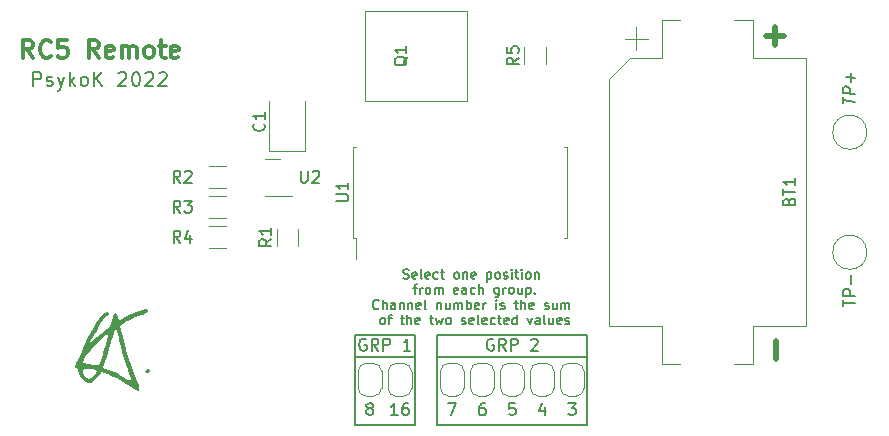
<source format=gbr>
%TF.GenerationSoftware,KiCad,Pcbnew,(6.0.6-0)*%
%TF.CreationDate,2022-12-31T16:02:41+01:00*%
%TF.ProjectId,rc5_remote,7263355f-7265-46d6-9f74-652e6b696361,rev?*%
%TF.SameCoordinates,Original*%
%TF.FileFunction,Legend,Top*%
%TF.FilePolarity,Positive*%
%FSLAX46Y46*%
G04 Gerber Fmt 4.6, Leading zero omitted, Abs format (unit mm)*
G04 Created by KiCad (PCBNEW (6.0.6-0)) date 2022-12-31 16:02:41*
%MOMM*%
%LPD*%
G01*
G04 APERTURE LIST*
%ADD10C,0.150000*%
%ADD11C,0.500000*%
%ADD12C,0.200000*%
%ADD13C,0.300000*%
%ADD14C,0.120000*%
G04 APERTURE END LIST*
D10*
X137795000Y-92710000D02*
X150495000Y-92710000D01*
X137795000Y-90805000D02*
X150495000Y-90805000D01*
X150495000Y-90805000D02*
X150495000Y-98425000D01*
X150495000Y-98425000D02*
X137795000Y-98425000D01*
X137795000Y-98425000D02*
X137795000Y-90805000D01*
X130810000Y-92710000D02*
X135890000Y-92710000D01*
X130810000Y-90805000D02*
X135890000Y-90805000D01*
X135890000Y-90805000D02*
X135890000Y-98425000D01*
X135890000Y-98425000D02*
X130810000Y-98425000D01*
X130810000Y-98425000D02*
X130810000Y-90805000D01*
X150495000Y-92710000D02*
X137795000Y-92710000D01*
D11*
X166512857Y-91313095D02*
X166512857Y-92836904D01*
X167131904Y-65547857D02*
X165608095Y-65547857D01*
X166370000Y-66309761D02*
X166370000Y-64785952D01*
D10*
X142549761Y-91194000D02*
X142454523Y-91146380D01*
X142311666Y-91146380D01*
X142168809Y-91194000D01*
X142073571Y-91289238D01*
X142025952Y-91384476D01*
X141978333Y-91574952D01*
X141978333Y-91717809D01*
X142025952Y-91908285D01*
X142073571Y-92003523D01*
X142168809Y-92098761D01*
X142311666Y-92146380D01*
X142406904Y-92146380D01*
X142549761Y-92098761D01*
X142597380Y-92051142D01*
X142597380Y-91717809D01*
X142406904Y-91717809D01*
X143597380Y-92146380D02*
X143264047Y-91670190D01*
X143025952Y-92146380D02*
X143025952Y-91146380D01*
X143406904Y-91146380D01*
X143502142Y-91194000D01*
X143549761Y-91241619D01*
X143597380Y-91336857D01*
X143597380Y-91479714D01*
X143549761Y-91574952D01*
X143502142Y-91622571D01*
X143406904Y-91670190D01*
X143025952Y-91670190D01*
X144025952Y-92146380D02*
X144025952Y-91146380D01*
X144406904Y-91146380D01*
X144502142Y-91194000D01*
X144549761Y-91241619D01*
X144597380Y-91336857D01*
X144597380Y-91479714D01*
X144549761Y-91574952D01*
X144502142Y-91622571D01*
X144406904Y-91670190D01*
X144025952Y-91670190D01*
X145740238Y-91241619D02*
X145787857Y-91194000D01*
X145883095Y-91146380D01*
X146121190Y-91146380D01*
X146216428Y-91194000D01*
X146264047Y-91241619D01*
X146311666Y-91336857D01*
X146311666Y-91432095D01*
X146264047Y-91574952D01*
X145692619Y-92146380D01*
X146311666Y-92146380D01*
D12*
X103591428Y-69757857D02*
X103591428Y-68557857D01*
X104048571Y-68557857D01*
X104162857Y-68615000D01*
X104220000Y-68672142D01*
X104277142Y-68786428D01*
X104277142Y-68957857D01*
X104220000Y-69072142D01*
X104162857Y-69129285D01*
X104048571Y-69186428D01*
X103591428Y-69186428D01*
X104734285Y-69700714D02*
X104848571Y-69757857D01*
X105077142Y-69757857D01*
X105191428Y-69700714D01*
X105248571Y-69586428D01*
X105248571Y-69529285D01*
X105191428Y-69415000D01*
X105077142Y-69357857D01*
X104905714Y-69357857D01*
X104791428Y-69300714D01*
X104734285Y-69186428D01*
X104734285Y-69129285D01*
X104791428Y-69015000D01*
X104905714Y-68957857D01*
X105077142Y-68957857D01*
X105191428Y-69015000D01*
X105648571Y-68957857D02*
X105934285Y-69757857D01*
X106220000Y-68957857D02*
X105934285Y-69757857D01*
X105820000Y-70043571D01*
X105762857Y-70100714D01*
X105648571Y-70157857D01*
X106677142Y-69757857D02*
X106677142Y-68557857D01*
X106791428Y-69300714D02*
X107134285Y-69757857D01*
X107134285Y-68957857D02*
X106677142Y-69415000D01*
X107820000Y-69757857D02*
X107705714Y-69700714D01*
X107648571Y-69643571D01*
X107591428Y-69529285D01*
X107591428Y-69186428D01*
X107648571Y-69072142D01*
X107705714Y-69015000D01*
X107820000Y-68957857D01*
X107991428Y-68957857D01*
X108105714Y-69015000D01*
X108162857Y-69072142D01*
X108220000Y-69186428D01*
X108220000Y-69529285D01*
X108162857Y-69643571D01*
X108105714Y-69700714D01*
X107991428Y-69757857D01*
X107820000Y-69757857D01*
X108734285Y-69757857D02*
X108734285Y-68557857D01*
X109420000Y-69757857D02*
X108905714Y-69072142D01*
X109420000Y-68557857D02*
X108734285Y-69243571D01*
X110791428Y-68672142D02*
X110848571Y-68615000D01*
X110962857Y-68557857D01*
X111248571Y-68557857D01*
X111362857Y-68615000D01*
X111420000Y-68672142D01*
X111477142Y-68786428D01*
X111477142Y-68900714D01*
X111420000Y-69072142D01*
X110734285Y-69757857D01*
X111477142Y-69757857D01*
X112220000Y-68557857D02*
X112334285Y-68557857D01*
X112448571Y-68615000D01*
X112505714Y-68672142D01*
X112562857Y-68786428D01*
X112620000Y-69015000D01*
X112620000Y-69300714D01*
X112562857Y-69529285D01*
X112505714Y-69643571D01*
X112448571Y-69700714D01*
X112334285Y-69757857D01*
X112220000Y-69757857D01*
X112105714Y-69700714D01*
X112048571Y-69643571D01*
X111991428Y-69529285D01*
X111934285Y-69300714D01*
X111934285Y-69015000D01*
X111991428Y-68786428D01*
X112048571Y-68672142D01*
X112105714Y-68615000D01*
X112220000Y-68557857D01*
X113077142Y-68672142D02*
X113134285Y-68615000D01*
X113248571Y-68557857D01*
X113534285Y-68557857D01*
X113648571Y-68615000D01*
X113705714Y-68672142D01*
X113762857Y-68786428D01*
X113762857Y-68900714D01*
X113705714Y-69072142D01*
X113020000Y-69757857D01*
X113762857Y-69757857D01*
X114220000Y-68672142D02*
X114277142Y-68615000D01*
X114391428Y-68557857D01*
X114677142Y-68557857D01*
X114791428Y-68615000D01*
X114848571Y-68672142D01*
X114905714Y-68786428D01*
X114905714Y-68900714D01*
X114848571Y-69072142D01*
X114162857Y-69757857D01*
X114905714Y-69757857D01*
D13*
X103569285Y-67353571D02*
X103069285Y-66639285D01*
X102712142Y-67353571D02*
X102712142Y-65853571D01*
X103283571Y-65853571D01*
X103426428Y-65925000D01*
X103497857Y-65996428D01*
X103569285Y-66139285D01*
X103569285Y-66353571D01*
X103497857Y-66496428D01*
X103426428Y-66567857D01*
X103283571Y-66639285D01*
X102712142Y-66639285D01*
X105069285Y-67210714D02*
X104997857Y-67282142D01*
X104783571Y-67353571D01*
X104640714Y-67353571D01*
X104426428Y-67282142D01*
X104283571Y-67139285D01*
X104212142Y-66996428D01*
X104140714Y-66710714D01*
X104140714Y-66496428D01*
X104212142Y-66210714D01*
X104283571Y-66067857D01*
X104426428Y-65925000D01*
X104640714Y-65853571D01*
X104783571Y-65853571D01*
X104997857Y-65925000D01*
X105069285Y-65996428D01*
X106426428Y-65853571D02*
X105712142Y-65853571D01*
X105640714Y-66567857D01*
X105712142Y-66496428D01*
X105855000Y-66425000D01*
X106212142Y-66425000D01*
X106355000Y-66496428D01*
X106426428Y-66567857D01*
X106497857Y-66710714D01*
X106497857Y-67067857D01*
X106426428Y-67210714D01*
X106355000Y-67282142D01*
X106212142Y-67353571D01*
X105855000Y-67353571D01*
X105712142Y-67282142D01*
X105640714Y-67210714D01*
X109140714Y-67353571D02*
X108640714Y-66639285D01*
X108283571Y-67353571D02*
X108283571Y-65853571D01*
X108855000Y-65853571D01*
X108997857Y-65925000D01*
X109069285Y-65996428D01*
X109140714Y-66139285D01*
X109140714Y-66353571D01*
X109069285Y-66496428D01*
X108997857Y-66567857D01*
X108855000Y-66639285D01*
X108283571Y-66639285D01*
X110355000Y-67282142D02*
X110212142Y-67353571D01*
X109926428Y-67353571D01*
X109783571Y-67282142D01*
X109712142Y-67139285D01*
X109712142Y-66567857D01*
X109783571Y-66425000D01*
X109926428Y-66353571D01*
X110212142Y-66353571D01*
X110355000Y-66425000D01*
X110426428Y-66567857D01*
X110426428Y-66710714D01*
X109712142Y-66853571D01*
X111069285Y-67353571D02*
X111069285Y-66353571D01*
X111069285Y-66496428D02*
X111140714Y-66425000D01*
X111283571Y-66353571D01*
X111497857Y-66353571D01*
X111640714Y-66425000D01*
X111712142Y-66567857D01*
X111712142Y-67353571D01*
X111712142Y-66567857D02*
X111783571Y-66425000D01*
X111926428Y-66353571D01*
X112140714Y-66353571D01*
X112283571Y-66425000D01*
X112355000Y-66567857D01*
X112355000Y-67353571D01*
X113283571Y-67353571D02*
X113140714Y-67282142D01*
X113069285Y-67210714D01*
X112997857Y-67067857D01*
X112997857Y-66639285D01*
X113069285Y-66496428D01*
X113140714Y-66425000D01*
X113283571Y-66353571D01*
X113497857Y-66353571D01*
X113640714Y-66425000D01*
X113712142Y-66496428D01*
X113783571Y-66639285D01*
X113783571Y-67067857D01*
X113712142Y-67210714D01*
X113640714Y-67282142D01*
X113497857Y-67353571D01*
X113283571Y-67353571D01*
X114212142Y-66353571D02*
X114783571Y-66353571D01*
X114426428Y-65853571D02*
X114426428Y-67139285D01*
X114497857Y-67282142D01*
X114640714Y-67353571D01*
X114783571Y-67353571D01*
X115855000Y-67282142D02*
X115712142Y-67353571D01*
X115426428Y-67353571D01*
X115283571Y-67282142D01*
X115212142Y-67139285D01*
X115212142Y-66567857D01*
X115283571Y-66425000D01*
X115426428Y-66353571D01*
X115712142Y-66353571D01*
X115855000Y-66425000D01*
X115926428Y-66567857D01*
X115926428Y-66710714D01*
X115212142Y-66853571D01*
D10*
X134912857Y-86021809D02*
X135027142Y-86059904D01*
X135217619Y-86059904D01*
X135293809Y-86021809D01*
X135331904Y-85983714D01*
X135370000Y-85907523D01*
X135370000Y-85831333D01*
X135331904Y-85755142D01*
X135293809Y-85717047D01*
X135217619Y-85678952D01*
X135065238Y-85640857D01*
X134989047Y-85602761D01*
X134950952Y-85564666D01*
X134912857Y-85488476D01*
X134912857Y-85412285D01*
X134950952Y-85336095D01*
X134989047Y-85298000D01*
X135065238Y-85259904D01*
X135255714Y-85259904D01*
X135370000Y-85298000D01*
X136017619Y-86021809D02*
X135941428Y-86059904D01*
X135789047Y-86059904D01*
X135712857Y-86021809D01*
X135674761Y-85945619D01*
X135674761Y-85640857D01*
X135712857Y-85564666D01*
X135789047Y-85526571D01*
X135941428Y-85526571D01*
X136017619Y-85564666D01*
X136055714Y-85640857D01*
X136055714Y-85717047D01*
X135674761Y-85793238D01*
X136512857Y-86059904D02*
X136436666Y-86021809D01*
X136398571Y-85945619D01*
X136398571Y-85259904D01*
X137122380Y-86021809D02*
X137046190Y-86059904D01*
X136893809Y-86059904D01*
X136817619Y-86021809D01*
X136779523Y-85945619D01*
X136779523Y-85640857D01*
X136817619Y-85564666D01*
X136893809Y-85526571D01*
X137046190Y-85526571D01*
X137122380Y-85564666D01*
X137160476Y-85640857D01*
X137160476Y-85717047D01*
X136779523Y-85793238D01*
X137846190Y-86021809D02*
X137770000Y-86059904D01*
X137617619Y-86059904D01*
X137541428Y-86021809D01*
X137503333Y-85983714D01*
X137465238Y-85907523D01*
X137465238Y-85678952D01*
X137503333Y-85602761D01*
X137541428Y-85564666D01*
X137617619Y-85526571D01*
X137770000Y-85526571D01*
X137846190Y-85564666D01*
X138074761Y-85526571D02*
X138379523Y-85526571D01*
X138189047Y-85259904D02*
X138189047Y-85945619D01*
X138227142Y-86021809D01*
X138303333Y-86059904D01*
X138379523Y-86059904D01*
X139370000Y-86059904D02*
X139293809Y-86021809D01*
X139255714Y-85983714D01*
X139217619Y-85907523D01*
X139217619Y-85678952D01*
X139255714Y-85602761D01*
X139293809Y-85564666D01*
X139370000Y-85526571D01*
X139484285Y-85526571D01*
X139560476Y-85564666D01*
X139598571Y-85602761D01*
X139636666Y-85678952D01*
X139636666Y-85907523D01*
X139598571Y-85983714D01*
X139560476Y-86021809D01*
X139484285Y-86059904D01*
X139370000Y-86059904D01*
X139979523Y-85526571D02*
X139979523Y-86059904D01*
X139979523Y-85602761D02*
X140017619Y-85564666D01*
X140093809Y-85526571D01*
X140208095Y-85526571D01*
X140284285Y-85564666D01*
X140322380Y-85640857D01*
X140322380Y-86059904D01*
X141008095Y-86021809D02*
X140931904Y-86059904D01*
X140779523Y-86059904D01*
X140703333Y-86021809D01*
X140665238Y-85945619D01*
X140665238Y-85640857D01*
X140703333Y-85564666D01*
X140779523Y-85526571D01*
X140931904Y-85526571D01*
X141008095Y-85564666D01*
X141046190Y-85640857D01*
X141046190Y-85717047D01*
X140665238Y-85793238D01*
X141998571Y-85526571D02*
X141998571Y-86326571D01*
X141998571Y-85564666D02*
X142074761Y-85526571D01*
X142227142Y-85526571D01*
X142303333Y-85564666D01*
X142341428Y-85602761D01*
X142379523Y-85678952D01*
X142379523Y-85907523D01*
X142341428Y-85983714D01*
X142303333Y-86021809D01*
X142227142Y-86059904D01*
X142074761Y-86059904D01*
X141998571Y-86021809D01*
X142836666Y-86059904D02*
X142760476Y-86021809D01*
X142722380Y-85983714D01*
X142684285Y-85907523D01*
X142684285Y-85678952D01*
X142722380Y-85602761D01*
X142760476Y-85564666D01*
X142836666Y-85526571D01*
X142950952Y-85526571D01*
X143027142Y-85564666D01*
X143065238Y-85602761D01*
X143103333Y-85678952D01*
X143103333Y-85907523D01*
X143065238Y-85983714D01*
X143027142Y-86021809D01*
X142950952Y-86059904D01*
X142836666Y-86059904D01*
X143408095Y-86021809D02*
X143484285Y-86059904D01*
X143636666Y-86059904D01*
X143712857Y-86021809D01*
X143750952Y-85945619D01*
X143750952Y-85907523D01*
X143712857Y-85831333D01*
X143636666Y-85793238D01*
X143522380Y-85793238D01*
X143446190Y-85755142D01*
X143408095Y-85678952D01*
X143408095Y-85640857D01*
X143446190Y-85564666D01*
X143522380Y-85526571D01*
X143636666Y-85526571D01*
X143712857Y-85564666D01*
X144093809Y-86059904D02*
X144093809Y-85526571D01*
X144093809Y-85259904D02*
X144055714Y-85298000D01*
X144093809Y-85336095D01*
X144131904Y-85298000D01*
X144093809Y-85259904D01*
X144093809Y-85336095D01*
X144360476Y-85526571D02*
X144665238Y-85526571D01*
X144474761Y-85259904D02*
X144474761Y-85945619D01*
X144512857Y-86021809D01*
X144589047Y-86059904D01*
X144665238Y-86059904D01*
X144931904Y-86059904D02*
X144931904Y-85526571D01*
X144931904Y-85259904D02*
X144893809Y-85298000D01*
X144931904Y-85336095D01*
X144970000Y-85298000D01*
X144931904Y-85259904D01*
X144931904Y-85336095D01*
X145427142Y-86059904D02*
X145350952Y-86021809D01*
X145312857Y-85983714D01*
X145274761Y-85907523D01*
X145274761Y-85678952D01*
X145312857Y-85602761D01*
X145350952Y-85564666D01*
X145427142Y-85526571D01*
X145541428Y-85526571D01*
X145617619Y-85564666D01*
X145655714Y-85602761D01*
X145693809Y-85678952D01*
X145693809Y-85907523D01*
X145655714Y-85983714D01*
X145617619Y-86021809D01*
X145541428Y-86059904D01*
X145427142Y-86059904D01*
X146036666Y-85526571D02*
X146036666Y-86059904D01*
X146036666Y-85602761D02*
X146074761Y-85564666D01*
X146150952Y-85526571D01*
X146265238Y-85526571D01*
X146341428Y-85564666D01*
X146379523Y-85640857D01*
X146379523Y-86059904D01*
X135770000Y-86814571D02*
X136074761Y-86814571D01*
X135884285Y-87347904D02*
X135884285Y-86662190D01*
X135922380Y-86586000D01*
X135998571Y-86547904D01*
X136074761Y-86547904D01*
X136341428Y-87347904D02*
X136341428Y-86814571D01*
X136341428Y-86966952D02*
X136379523Y-86890761D01*
X136417619Y-86852666D01*
X136493809Y-86814571D01*
X136570000Y-86814571D01*
X136950952Y-87347904D02*
X136874761Y-87309809D01*
X136836666Y-87271714D01*
X136798571Y-87195523D01*
X136798571Y-86966952D01*
X136836666Y-86890761D01*
X136874761Y-86852666D01*
X136950952Y-86814571D01*
X137065238Y-86814571D01*
X137141428Y-86852666D01*
X137179523Y-86890761D01*
X137217619Y-86966952D01*
X137217619Y-87195523D01*
X137179523Y-87271714D01*
X137141428Y-87309809D01*
X137065238Y-87347904D01*
X136950952Y-87347904D01*
X137560476Y-87347904D02*
X137560476Y-86814571D01*
X137560476Y-86890761D02*
X137598571Y-86852666D01*
X137674761Y-86814571D01*
X137789047Y-86814571D01*
X137865238Y-86852666D01*
X137903333Y-86928857D01*
X137903333Y-87347904D01*
X137903333Y-86928857D02*
X137941428Y-86852666D01*
X138017619Y-86814571D01*
X138131904Y-86814571D01*
X138208095Y-86852666D01*
X138246190Y-86928857D01*
X138246190Y-87347904D01*
X139541428Y-87309809D02*
X139465238Y-87347904D01*
X139312857Y-87347904D01*
X139236666Y-87309809D01*
X139198571Y-87233619D01*
X139198571Y-86928857D01*
X139236666Y-86852666D01*
X139312857Y-86814571D01*
X139465238Y-86814571D01*
X139541428Y-86852666D01*
X139579523Y-86928857D01*
X139579523Y-87005047D01*
X139198571Y-87081238D01*
X140265238Y-87347904D02*
X140265238Y-86928857D01*
X140227142Y-86852666D01*
X140150952Y-86814571D01*
X139998571Y-86814571D01*
X139922380Y-86852666D01*
X140265238Y-87309809D02*
X140189047Y-87347904D01*
X139998571Y-87347904D01*
X139922380Y-87309809D01*
X139884285Y-87233619D01*
X139884285Y-87157428D01*
X139922380Y-87081238D01*
X139998571Y-87043142D01*
X140189047Y-87043142D01*
X140265238Y-87005047D01*
X140989047Y-87309809D02*
X140912857Y-87347904D01*
X140760476Y-87347904D01*
X140684285Y-87309809D01*
X140646190Y-87271714D01*
X140608095Y-87195523D01*
X140608095Y-86966952D01*
X140646190Y-86890761D01*
X140684285Y-86852666D01*
X140760476Y-86814571D01*
X140912857Y-86814571D01*
X140989047Y-86852666D01*
X141331904Y-87347904D02*
X141331904Y-86547904D01*
X141674761Y-87347904D02*
X141674761Y-86928857D01*
X141636666Y-86852666D01*
X141560476Y-86814571D01*
X141446190Y-86814571D01*
X141370000Y-86852666D01*
X141331904Y-86890761D01*
X143008095Y-86814571D02*
X143008095Y-87462190D01*
X142970000Y-87538380D01*
X142931904Y-87576476D01*
X142855714Y-87614571D01*
X142741428Y-87614571D01*
X142665238Y-87576476D01*
X143008095Y-87309809D02*
X142931904Y-87347904D01*
X142779523Y-87347904D01*
X142703333Y-87309809D01*
X142665238Y-87271714D01*
X142627142Y-87195523D01*
X142627142Y-86966952D01*
X142665238Y-86890761D01*
X142703333Y-86852666D01*
X142779523Y-86814571D01*
X142931904Y-86814571D01*
X143008095Y-86852666D01*
X143389047Y-87347904D02*
X143389047Y-86814571D01*
X143389047Y-86966952D02*
X143427142Y-86890761D01*
X143465238Y-86852666D01*
X143541428Y-86814571D01*
X143617619Y-86814571D01*
X143998571Y-87347904D02*
X143922380Y-87309809D01*
X143884285Y-87271714D01*
X143846190Y-87195523D01*
X143846190Y-86966952D01*
X143884285Y-86890761D01*
X143922380Y-86852666D01*
X143998571Y-86814571D01*
X144112857Y-86814571D01*
X144189047Y-86852666D01*
X144227142Y-86890761D01*
X144265238Y-86966952D01*
X144265238Y-87195523D01*
X144227142Y-87271714D01*
X144189047Y-87309809D01*
X144112857Y-87347904D01*
X143998571Y-87347904D01*
X144950952Y-86814571D02*
X144950952Y-87347904D01*
X144608095Y-86814571D02*
X144608095Y-87233619D01*
X144646190Y-87309809D01*
X144722380Y-87347904D01*
X144836666Y-87347904D01*
X144912857Y-87309809D01*
X144950952Y-87271714D01*
X145331904Y-86814571D02*
X145331904Y-87614571D01*
X145331904Y-86852666D02*
X145408095Y-86814571D01*
X145560476Y-86814571D01*
X145636666Y-86852666D01*
X145674761Y-86890761D01*
X145712857Y-86966952D01*
X145712857Y-87195523D01*
X145674761Y-87271714D01*
X145636666Y-87309809D01*
X145560476Y-87347904D01*
X145408095Y-87347904D01*
X145331904Y-87309809D01*
X146055714Y-87271714D02*
X146093809Y-87309809D01*
X146055714Y-87347904D01*
X146017619Y-87309809D01*
X146055714Y-87271714D01*
X146055714Y-87347904D01*
X132817619Y-88559714D02*
X132779523Y-88597809D01*
X132665238Y-88635904D01*
X132589047Y-88635904D01*
X132474761Y-88597809D01*
X132398571Y-88521619D01*
X132360476Y-88445428D01*
X132322380Y-88293047D01*
X132322380Y-88178761D01*
X132360476Y-88026380D01*
X132398571Y-87950190D01*
X132474761Y-87874000D01*
X132589047Y-87835904D01*
X132665238Y-87835904D01*
X132779523Y-87874000D01*
X132817619Y-87912095D01*
X133160476Y-88635904D02*
X133160476Y-87835904D01*
X133503333Y-88635904D02*
X133503333Y-88216857D01*
X133465238Y-88140666D01*
X133389047Y-88102571D01*
X133274761Y-88102571D01*
X133198571Y-88140666D01*
X133160476Y-88178761D01*
X134227142Y-88635904D02*
X134227142Y-88216857D01*
X134189047Y-88140666D01*
X134112857Y-88102571D01*
X133960476Y-88102571D01*
X133884285Y-88140666D01*
X134227142Y-88597809D02*
X134150952Y-88635904D01*
X133960476Y-88635904D01*
X133884285Y-88597809D01*
X133846190Y-88521619D01*
X133846190Y-88445428D01*
X133884285Y-88369238D01*
X133960476Y-88331142D01*
X134150952Y-88331142D01*
X134227142Y-88293047D01*
X134608095Y-88102571D02*
X134608095Y-88635904D01*
X134608095Y-88178761D02*
X134646190Y-88140666D01*
X134722380Y-88102571D01*
X134836666Y-88102571D01*
X134912857Y-88140666D01*
X134950952Y-88216857D01*
X134950952Y-88635904D01*
X135331904Y-88102571D02*
X135331904Y-88635904D01*
X135331904Y-88178761D02*
X135370000Y-88140666D01*
X135446190Y-88102571D01*
X135560476Y-88102571D01*
X135636666Y-88140666D01*
X135674761Y-88216857D01*
X135674761Y-88635904D01*
X136360476Y-88597809D02*
X136284285Y-88635904D01*
X136131904Y-88635904D01*
X136055714Y-88597809D01*
X136017619Y-88521619D01*
X136017619Y-88216857D01*
X136055714Y-88140666D01*
X136131904Y-88102571D01*
X136284285Y-88102571D01*
X136360476Y-88140666D01*
X136398571Y-88216857D01*
X136398571Y-88293047D01*
X136017619Y-88369238D01*
X136855714Y-88635904D02*
X136779523Y-88597809D01*
X136741428Y-88521619D01*
X136741428Y-87835904D01*
X137770000Y-88102571D02*
X137770000Y-88635904D01*
X137770000Y-88178761D02*
X137808095Y-88140666D01*
X137884285Y-88102571D01*
X137998571Y-88102571D01*
X138074761Y-88140666D01*
X138112857Y-88216857D01*
X138112857Y-88635904D01*
X138836666Y-88102571D02*
X138836666Y-88635904D01*
X138493809Y-88102571D02*
X138493809Y-88521619D01*
X138531904Y-88597809D01*
X138608095Y-88635904D01*
X138722380Y-88635904D01*
X138798571Y-88597809D01*
X138836666Y-88559714D01*
X139217619Y-88635904D02*
X139217619Y-88102571D01*
X139217619Y-88178761D02*
X139255714Y-88140666D01*
X139331904Y-88102571D01*
X139446190Y-88102571D01*
X139522380Y-88140666D01*
X139560476Y-88216857D01*
X139560476Y-88635904D01*
X139560476Y-88216857D02*
X139598571Y-88140666D01*
X139674761Y-88102571D01*
X139789047Y-88102571D01*
X139865238Y-88140666D01*
X139903333Y-88216857D01*
X139903333Y-88635904D01*
X140284285Y-88635904D02*
X140284285Y-87835904D01*
X140284285Y-88140666D02*
X140360476Y-88102571D01*
X140512857Y-88102571D01*
X140589047Y-88140666D01*
X140627142Y-88178761D01*
X140665238Y-88254952D01*
X140665238Y-88483523D01*
X140627142Y-88559714D01*
X140589047Y-88597809D01*
X140512857Y-88635904D01*
X140360476Y-88635904D01*
X140284285Y-88597809D01*
X141312857Y-88597809D02*
X141236666Y-88635904D01*
X141084285Y-88635904D01*
X141008095Y-88597809D01*
X140970000Y-88521619D01*
X140970000Y-88216857D01*
X141008095Y-88140666D01*
X141084285Y-88102571D01*
X141236666Y-88102571D01*
X141312857Y-88140666D01*
X141350952Y-88216857D01*
X141350952Y-88293047D01*
X140970000Y-88369238D01*
X141693809Y-88635904D02*
X141693809Y-88102571D01*
X141693809Y-88254952D02*
X141731904Y-88178761D01*
X141770000Y-88140666D01*
X141846190Y-88102571D01*
X141922380Y-88102571D01*
X142798571Y-88635904D02*
X142798571Y-88102571D01*
X142798571Y-87835904D02*
X142760476Y-87874000D01*
X142798571Y-87912095D01*
X142836666Y-87874000D01*
X142798571Y-87835904D01*
X142798571Y-87912095D01*
X143141428Y-88597809D02*
X143217619Y-88635904D01*
X143370000Y-88635904D01*
X143446190Y-88597809D01*
X143484285Y-88521619D01*
X143484285Y-88483523D01*
X143446190Y-88407333D01*
X143370000Y-88369238D01*
X143255714Y-88369238D01*
X143179523Y-88331142D01*
X143141428Y-88254952D01*
X143141428Y-88216857D01*
X143179523Y-88140666D01*
X143255714Y-88102571D01*
X143370000Y-88102571D01*
X143446190Y-88140666D01*
X144322380Y-88102571D02*
X144627142Y-88102571D01*
X144436666Y-87835904D02*
X144436666Y-88521619D01*
X144474761Y-88597809D01*
X144550952Y-88635904D01*
X144627142Y-88635904D01*
X144893809Y-88635904D02*
X144893809Y-87835904D01*
X145236666Y-88635904D02*
X145236666Y-88216857D01*
X145198571Y-88140666D01*
X145122380Y-88102571D01*
X145008095Y-88102571D01*
X144931904Y-88140666D01*
X144893809Y-88178761D01*
X145922380Y-88597809D02*
X145846190Y-88635904D01*
X145693809Y-88635904D01*
X145617619Y-88597809D01*
X145579523Y-88521619D01*
X145579523Y-88216857D01*
X145617619Y-88140666D01*
X145693809Y-88102571D01*
X145846190Y-88102571D01*
X145922380Y-88140666D01*
X145960476Y-88216857D01*
X145960476Y-88293047D01*
X145579523Y-88369238D01*
X146874761Y-88597809D02*
X146950952Y-88635904D01*
X147103333Y-88635904D01*
X147179523Y-88597809D01*
X147217619Y-88521619D01*
X147217619Y-88483523D01*
X147179523Y-88407333D01*
X147103333Y-88369238D01*
X146989047Y-88369238D01*
X146912857Y-88331142D01*
X146874761Y-88254952D01*
X146874761Y-88216857D01*
X146912857Y-88140666D01*
X146989047Y-88102571D01*
X147103333Y-88102571D01*
X147179523Y-88140666D01*
X147903333Y-88102571D02*
X147903333Y-88635904D01*
X147560476Y-88102571D02*
X147560476Y-88521619D01*
X147598571Y-88597809D01*
X147674761Y-88635904D01*
X147789047Y-88635904D01*
X147865238Y-88597809D01*
X147903333Y-88559714D01*
X148284285Y-88635904D02*
X148284285Y-88102571D01*
X148284285Y-88178761D02*
X148322380Y-88140666D01*
X148398571Y-88102571D01*
X148512857Y-88102571D01*
X148589047Y-88140666D01*
X148627142Y-88216857D01*
X148627142Y-88635904D01*
X148627142Y-88216857D02*
X148665238Y-88140666D01*
X148741428Y-88102571D01*
X148855714Y-88102571D01*
X148931904Y-88140666D01*
X148970000Y-88216857D01*
X148970000Y-88635904D01*
X133122380Y-89923904D02*
X133046190Y-89885809D01*
X133008095Y-89847714D01*
X132970000Y-89771523D01*
X132970000Y-89542952D01*
X133008095Y-89466761D01*
X133046190Y-89428666D01*
X133122380Y-89390571D01*
X133236666Y-89390571D01*
X133312857Y-89428666D01*
X133350952Y-89466761D01*
X133389047Y-89542952D01*
X133389047Y-89771523D01*
X133350952Y-89847714D01*
X133312857Y-89885809D01*
X133236666Y-89923904D01*
X133122380Y-89923904D01*
X133617619Y-89390571D02*
X133922380Y-89390571D01*
X133731904Y-89923904D02*
X133731904Y-89238190D01*
X133770000Y-89162000D01*
X133846190Y-89123904D01*
X133922380Y-89123904D01*
X134684285Y-89390571D02*
X134989047Y-89390571D01*
X134798571Y-89123904D02*
X134798571Y-89809619D01*
X134836666Y-89885809D01*
X134912857Y-89923904D01*
X134989047Y-89923904D01*
X135255714Y-89923904D02*
X135255714Y-89123904D01*
X135598571Y-89923904D02*
X135598571Y-89504857D01*
X135560476Y-89428666D01*
X135484285Y-89390571D01*
X135370000Y-89390571D01*
X135293809Y-89428666D01*
X135255714Y-89466761D01*
X136284285Y-89885809D02*
X136208095Y-89923904D01*
X136055714Y-89923904D01*
X135979523Y-89885809D01*
X135941428Y-89809619D01*
X135941428Y-89504857D01*
X135979523Y-89428666D01*
X136055714Y-89390571D01*
X136208095Y-89390571D01*
X136284285Y-89428666D01*
X136322380Y-89504857D01*
X136322380Y-89581047D01*
X135941428Y-89657238D01*
X137160476Y-89390571D02*
X137465238Y-89390571D01*
X137274761Y-89123904D02*
X137274761Y-89809619D01*
X137312857Y-89885809D01*
X137389047Y-89923904D01*
X137465238Y-89923904D01*
X137655714Y-89390571D02*
X137808095Y-89923904D01*
X137960476Y-89542952D01*
X138112857Y-89923904D01*
X138265238Y-89390571D01*
X138684285Y-89923904D02*
X138608095Y-89885809D01*
X138570000Y-89847714D01*
X138531904Y-89771523D01*
X138531904Y-89542952D01*
X138570000Y-89466761D01*
X138608095Y-89428666D01*
X138684285Y-89390571D01*
X138798571Y-89390571D01*
X138874761Y-89428666D01*
X138912857Y-89466761D01*
X138950952Y-89542952D01*
X138950952Y-89771523D01*
X138912857Y-89847714D01*
X138874761Y-89885809D01*
X138798571Y-89923904D01*
X138684285Y-89923904D01*
X139865238Y-89885809D02*
X139941428Y-89923904D01*
X140093809Y-89923904D01*
X140170000Y-89885809D01*
X140208095Y-89809619D01*
X140208095Y-89771523D01*
X140170000Y-89695333D01*
X140093809Y-89657238D01*
X139979523Y-89657238D01*
X139903333Y-89619142D01*
X139865238Y-89542952D01*
X139865238Y-89504857D01*
X139903333Y-89428666D01*
X139979523Y-89390571D01*
X140093809Y-89390571D01*
X140170000Y-89428666D01*
X140855714Y-89885809D02*
X140779523Y-89923904D01*
X140627142Y-89923904D01*
X140550952Y-89885809D01*
X140512857Y-89809619D01*
X140512857Y-89504857D01*
X140550952Y-89428666D01*
X140627142Y-89390571D01*
X140779523Y-89390571D01*
X140855714Y-89428666D01*
X140893809Y-89504857D01*
X140893809Y-89581047D01*
X140512857Y-89657238D01*
X141350952Y-89923904D02*
X141274761Y-89885809D01*
X141236666Y-89809619D01*
X141236666Y-89123904D01*
X141960476Y-89885809D02*
X141884285Y-89923904D01*
X141731904Y-89923904D01*
X141655714Y-89885809D01*
X141617619Y-89809619D01*
X141617619Y-89504857D01*
X141655714Y-89428666D01*
X141731904Y-89390571D01*
X141884285Y-89390571D01*
X141960476Y-89428666D01*
X141998571Y-89504857D01*
X141998571Y-89581047D01*
X141617619Y-89657238D01*
X142684285Y-89885809D02*
X142608095Y-89923904D01*
X142455714Y-89923904D01*
X142379523Y-89885809D01*
X142341428Y-89847714D01*
X142303333Y-89771523D01*
X142303333Y-89542952D01*
X142341428Y-89466761D01*
X142379523Y-89428666D01*
X142455714Y-89390571D01*
X142608095Y-89390571D01*
X142684285Y-89428666D01*
X142912857Y-89390571D02*
X143217619Y-89390571D01*
X143027142Y-89123904D02*
X143027142Y-89809619D01*
X143065238Y-89885809D01*
X143141428Y-89923904D01*
X143217619Y-89923904D01*
X143789047Y-89885809D02*
X143712857Y-89923904D01*
X143560476Y-89923904D01*
X143484285Y-89885809D01*
X143446190Y-89809619D01*
X143446190Y-89504857D01*
X143484285Y-89428666D01*
X143560476Y-89390571D01*
X143712857Y-89390571D01*
X143789047Y-89428666D01*
X143827142Y-89504857D01*
X143827142Y-89581047D01*
X143446190Y-89657238D01*
X144512857Y-89923904D02*
X144512857Y-89123904D01*
X144512857Y-89885809D02*
X144436666Y-89923904D01*
X144284285Y-89923904D01*
X144208095Y-89885809D01*
X144170000Y-89847714D01*
X144131904Y-89771523D01*
X144131904Y-89542952D01*
X144170000Y-89466761D01*
X144208095Y-89428666D01*
X144284285Y-89390571D01*
X144436666Y-89390571D01*
X144512857Y-89428666D01*
X145427142Y-89390571D02*
X145617619Y-89923904D01*
X145808095Y-89390571D01*
X146455714Y-89923904D02*
X146455714Y-89504857D01*
X146417619Y-89428666D01*
X146341428Y-89390571D01*
X146189047Y-89390571D01*
X146112857Y-89428666D01*
X146455714Y-89885809D02*
X146379523Y-89923904D01*
X146189047Y-89923904D01*
X146112857Y-89885809D01*
X146074761Y-89809619D01*
X146074761Y-89733428D01*
X146112857Y-89657238D01*
X146189047Y-89619142D01*
X146379523Y-89619142D01*
X146455714Y-89581047D01*
X146950952Y-89923904D02*
X146874761Y-89885809D01*
X146836666Y-89809619D01*
X146836666Y-89123904D01*
X147598571Y-89390571D02*
X147598571Y-89923904D01*
X147255714Y-89390571D02*
X147255714Y-89809619D01*
X147293809Y-89885809D01*
X147370000Y-89923904D01*
X147484285Y-89923904D01*
X147560476Y-89885809D01*
X147598571Y-89847714D01*
X148284285Y-89885809D02*
X148208095Y-89923904D01*
X148055714Y-89923904D01*
X147979523Y-89885809D01*
X147941428Y-89809619D01*
X147941428Y-89504857D01*
X147979523Y-89428666D01*
X148055714Y-89390571D01*
X148208095Y-89390571D01*
X148284285Y-89428666D01*
X148322380Y-89504857D01*
X148322380Y-89581047D01*
X147941428Y-89657238D01*
X148627142Y-89885809D02*
X148703333Y-89923904D01*
X148855714Y-89923904D01*
X148931904Y-89885809D01*
X148970000Y-89809619D01*
X148970000Y-89771523D01*
X148931904Y-89695333D01*
X148855714Y-89657238D01*
X148741428Y-89657238D01*
X148665238Y-89619142D01*
X148627142Y-89542952D01*
X148627142Y-89504857D01*
X148665238Y-89428666D01*
X148741428Y-89390571D01*
X148855714Y-89390571D01*
X148931904Y-89428666D01*
X131754761Y-91194000D02*
X131659523Y-91146380D01*
X131516666Y-91146380D01*
X131373809Y-91194000D01*
X131278571Y-91289238D01*
X131230952Y-91384476D01*
X131183333Y-91574952D01*
X131183333Y-91717809D01*
X131230952Y-91908285D01*
X131278571Y-92003523D01*
X131373809Y-92098761D01*
X131516666Y-92146380D01*
X131611904Y-92146380D01*
X131754761Y-92098761D01*
X131802380Y-92051142D01*
X131802380Y-91717809D01*
X131611904Y-91717809D01*
X132802380Y-92146380D02*
X132469047Y-91670190D01*
X132230952Y-92146380D02*
X132230952Y-91146380D01*
X132611904Y-91146380D01*
X132707142Y-91194000D01*
X132754761Y-91241619D01*
X132802380Y-91336857D01*
X132802380Y-91479714D01*
X132754761Y-91574952D01*
X132707142Y-91622571D01*
X132611904Y-91670190D01*
X132230952Y-91670190D01*
X133230952Y-92146380D02*
X133230952Y-91146380D01*
X133611904Y-91146380D01*
X133707142Y-91194000D01*
X133754761Y-91241619D01*
X133802380Y-91336857D01*
X133802380Y-91479714D01*
X133754761Y-91574952D01*
X133707142Y-91622571D01*
X133611904Y-91670190D01*
X133230952Y-91670190D01*
X135516666Y-92146380D02*
X134945238Y-92146380D01*
X135230952Y-92146380D02*
X135230952Y-91146380D01*
X135135714Y-91289238D01*
X135040476Y-91384476D01*
X134945238Y-91432095D01*
%TO.C,TP-1*%
X172172380Y-88399761D02*
X172172380Y-87828333D01*
X173172380Y-88114047D02*
X172172380Y-88114047D01*
X173172380Y-87495000D02*
X172172380Y-87495000D01*
X172172380Y-87114047D01*
X172220000Y-87018809D01*
X172267619Y-86971190D01*
X172362857Y-86923571D01*
X172505714Y-86923571D01*
X172600952Y-86971190D01*
X172648571Y-87018809D01*
X172696190Y-87114047D01*
X172696190Y-87495000D01*
X172791428Y-86495000D02*
X172791428Y-85733095D01*
%TO.C,TP+1*%
X172172380Y-71224434D02*
X172172380Y-70653005D01*
X173172380Y-71063720D02*
X172172380Y-70938720D01*
X173172380Y-70444672D02*
X172172380Y-70319672D01*
X172172380Y-69938720D01*
X172220000Y-69849434D01*
X172267619Y-69807767D01*
X172362857Y-69772053D01*
X172505714Y-69789910D01*
X172600952Y-69849434D01*
X172648571Y-69903005D01*
X172696190Y-70004196D01*
X172696190Y-70385148D01*
X172791428Y-69397053D02*
X172791428Y-68635148D01*
X173172380Y-69063720D02*
X172410476Y-68968482D01*
%TO.C,JP4*%
X141795476Y-96622380D02*
X141605000Y-96622380D01*
X141509761Y-96670000D01*
X141462142Y-96717619D01*
X141366904Y-96860476D01*
X141319285Y-97050952D01*
X141319285Y-97431904D01*
X141366904Y-97527142D01*
X141414523Y-97574761D01*
X141509761Y-97622380D01*
X141700238Y-97622380D01*
X141795476Y-97574761D01*
X141843095Y-97527142D01*
X141890714Y-97431904D01*
X141890714Y-97193809D01*
X141843095Y-97098571D01*
X141795476Y-97050952D01*
X141700238Y-97003333D01*
X141509761Y-97003333D01*
X141414523Y-97050952D01*
X141366904Y-97098571D01*
X141319285Y-97193809D01*
%TO.C,JP7*%
X131984761Y-97035952D02*
X131889523Y-96988333D01*
X131841904Y-96940714D01*
X131794285Y-96845476D01*
X131794285Y-96797857D01*
X131841904Y-96702619D01*
X131889523Y-96655000D01*
X131984761Y-96607380D01*
X132175238Y-96607380D01*
X132270476Y-96655000D01*
X132318095Y-96702619D01*
X132365714Y-96797857D01*
X132365714Y-96845476D01*
X132318095Y-96940714D01*
X132270476Y-96988333D01*
X132175238Y-97035952D01*
X131984761Y-97035952D01*
X131889523Y-97083571D01*
X131841904Y-97131190D01*
X131794285Y-97226428D01*
X131794285Y-97416904D01*
X131841904Y-97512142D01*
X131889523Y-97559761D01*
X131984761Y-97607380D01*
X132175238Y-97607380D01*
X132270476Y-97559761D01*
X132318095Y-97512142D01*
X132365714Y-97416904D01*
X132365714Y-97226428D01*
X132318095Y-97131190D01*
X132270476Y-97083571D01*
X132175238Y-97035952D01*
%TO.C,JP2*%
X146875476Y-96940714D02*
X146875476Y-97607380D01*
X146637380Y-96559761D02*
X146399285Y-97274047D01*
X147018333Y-97274047D01*
%TO.C,JP1*%
X148891666Y-96607380D02*
X149510714Y-96607380D01*
X149177380Y-96988333D01*
X149320238Y-96988333D01*
X149415476Y-97035952D01*
X149463095Y-97083571D01*
X149510714Y-97178809D01*
X149510714Y-97416904D01*
X149463095Y-97512142D01*
X149415476Y-97559761D01*
X149320238Y-97607380D01*
X149034523Y-97607380D01*
X148939285Y-97559761D01*
X148891666Y-97512142D01*
%TO.C,R5*%
X144682380Y-67349666D02*
X144206190Y-67683000D01*
X144682380Y-67921095D02*
X143682380Y-67921095D01*
X143682380Y-67540142D01*
X143730000Y-67444904D01*
X143777619Y-67397285D01*
X143872857Y-67349666D01*
X144015714Y-67349666D01*
X144110952Y-67397285D01*
X144158571Y-67444904D01*
X144206190Y-67540142D01*
X144206190Y-67921095D01*
X143682380Y-66444904D02*
X143682380Y-66921095D01*
X144158571Y-66968714D01*
X144110952Y-66921095D01*
X144063333Y-66825857D01*
X144063333Y-66587761D01*
X144110952Y-66492523D01*
X144158571Y-66444904D01*
X144253809Y-66397285D01*
X144491904Y-66397285D01*
X144587142Y-66444904D01*
X144634761Y-66492523D01*
X144682380Y-66587761D01*
X144682380Y-66825857D01*
X144634761Y-66921095D01*
X144587142Y-66968714D01*
%TO.C,C1*%
X123102142Y-72924166D02*
X123149761Y-72971785D01*
X123197380Y-73114642D01*
X123197380Y-73209880D01*
X123149761Y-73352738D01*
X123054523Y-73447976D01*
X122959285Y-73495595D01*
X122768809Y-73543214D01*
X122625952Y-73543214D01*
X122435476Y-73495595D01*
X122340238Y-73447976D01*
X122245000Y-73352738D01*
X122197380Y-73209880D01*
X122197380Y-73114642D01*
X122245000Y-72971785D01*
X122292619Y-72924166D01*
X123197380Y-71971785D02*
X123197380Y-72543214D01*
X123197380Y-72257500D02*
X122197380Y-72257500D01*
X122340238Y-72352738D01*
X122435476Y-72447976D01*
X122483095Y-72543214D01*
%TO.C,BT1*%
X167568571Y-79525714D02*
X167616190Y-79382857D01*
X167663809Y-79335238D01*
X167759047Y-79287619D01*
X167901904Y-79287619D01*
X167997142Y-79335238D01*
X168044761Y-79382857D01*
X168092380Y-79478095D01*
X168092380Y-79859047D01*
X167092380Y-79859047D01*
X167092380Y-79525714D01*
X167140000Y-79430476D01*
X167187619Y-79382857D01*
X167282857Y-79335238D01*
X167378095Y-79335238D01*
X167473333Y-79382857D01*
X167520952Y-79430476D01*
X167568571Y-79525714D01*
X167568571Y-79859047D01*
X167092380Y-79001904D02*
X167092380Y-78430476D01*
X168092380Y-78716190D02*
X167092380Y-78716190D01*
X168092380Y-77573333D02*
X168092380Y-78144761D01*
X168092380Y-77859047D02*
X167092380Y-77859047D01*
X167235238Y-77954285D01*
X167330476Y-78049523D01*
X167378095Y-78144761D01*
%TO.C,R2*%
X116038333Y-77922380D02*
X115705000Y-77446190D01*
X115466904Y-77922380D02*
X115466904Y-76922380D01*
X115847857Y-76922380D01*
X115943095Y-76970000D01*
X115990714Y-77017619D01*
X116038333Y-77112857D01*
X116038333Y-77255714D01*
X115990714Y-77350952D01*
X115943095Y-77398571D01*
X115847857Y-77446190D01*
X115466904Y-77446190D01*
X116419285Y-77017619D02*
X116466904Y-76970000D01*
X116562142Y-76922380D01*
X116800238Y-76922380D01*
X116895476Y-76970000D01*
X116943095Y-77017619D01*
X116990714Y-77112857D01*
X116990714Y-77208095D01*
X116943095Y-77350952D01*
X116371666Y-77922380D01*
X116990714Y-77922380D01*
%TO.C,R1*%
X123727380Y-82716666D02*
X123251190Y-83050000D01*
X123727380Y-83288095D02*
X122727380Y-83288095D01*
X122727380Y-82907142D01*
X122775000Y-82811904D01*
X122822619Y-82764285D01*
X122917857Y-82716666D01*
X123060714Y-82716666D01*
X123155952Y-82764285D01*
X123203571Y-82811904D01*
X123251190Y-82907142D01*
X123251190Y-83288095D01*
X123727380Y-81764285D02*
X123727380Y-82335714D01*
X123727380Y-82050000D02*
X122727380Y-82050000D01*
X122870238Y-82145238D01*
X122965476Y-82240476D01*
X123013095Y-82335714D01*
%TO.C,U1*%
X129252380Y-79501904D02*
X130061904Y-79501904D01*
X130157142Y-79454285D01*
X130204761Y-79406666D01*
X130252380Y-79311428D01*
X130252380Y-79120952D01*
X130204761Y-79025714D01*
X130157142Y-78978095D01*
X130061904Y-78930476D01*
X129252380Y-78930476D01*
X130252380Y-77930476D02*
X130252380Y-78501904D01*
X130252380Y-78216190D02*
X129252380Y-78216190D01*
X129395238Y-78311428D01*
X129490476Y-78406666D01*
X129538095Y-78501904D01*
%TO.C,R3*%
X116042333Y-80462380D02*
X115709000Y-79986190D01*
X115470904Y-80462380D02*
X115470904Y-79462380D01*
X115851857Y-79462380D01*
X115947095Y-79510000D01*
X115994714Y-79557619D01*
X116042333Y-79652857D01*
X116042333Y-79795714D01*
X115994714Y-79890952D01*
X115947095Y-79938571D01*
X115851857Y-79986190D01*
X115470904Y-79986190D01*
X116375666Y-79462380D02*
X116994714Y-79462380D01*
X116661380Y-79843333D01*
X116804238Y-79843333D01*
X116899476Y-79890952D01*
X116947095Y-79938571D01*
X116994714Y-80033809D01*
X116994714Y-80271904D01*
X116947095Y-80367142D01*
X116899476Y-80414761D01*
X116804238Y-80462380D01*
X116518523Y-80462380D01*
X116423285Y-80414761D01*
X116375666Y-80367142D01*
%TO.C,JP5*%
X138731666Y-96607380D02*
X139398333Y-96607380D01*
X138969761Y-97607380D01*
%TO.C,R4*%
X116038333Y-83002380D02*
X115705000Y-82526190D01*
X115466904Y-83002380D02*
X115466904Y-82002380D01*
X115847857Y-82002380D01*
X115943095Y-82050000D01*
X115990714Y-82097619D01*
X116038333Y-82192857D01*
X116038333Y-82335714D01*
X115990714Y-82430952D01*
X115943095Y-82478571D01*
X115847857Y-82526190D01*
X115466904Y-82526190D01*
X116895476Y-82335714D02*
X116895476Y-83002380D01*
X116657380Y-81954761D02*
X116419285Y-82669047D01*
X117038333Y-82669047D01*
%TO.C,JP3*%
X144383095Y-96607380D02*
X143906904Y-96607380D01*
X143859285Y-97083571D01*
X143906904Y-97035952D01*
X144002142Y-96988333D01*
X144240238Y-96988333D01*
X144335476Y-97035952D01*
X144383095Y-97083571D01*
X144430714Y-97178809D01*
X144430714Y-97416904D01*
X144383095Y-97512142D01*
X144335476Y-97559761D01*
X144240238Y-97607380D01*
X144002142Y-97607380D01*
X143906904Y-97559761D01*
X143859285Y-97512142D01*
%TO.C,JP6*%
X134429523Y-97607380D02*
X133858095Y-97607380D01*
X134143809Y-97607380D02*
X134143809Y-96607380D01*
X134048571Y-96750238D01*
X133953333Y-96845476D01*
X133858095Y-96893095D01*
X135286666Y-96607380D02*
X135096190Y-96607380D01*
X135000952Y-96655000D01*
X134953333Y-96702619D01*
X134858095Y-96845476D01*
X134810476Y-97035952D01*
X134810476Y-97416904D01*
X134858095Y-97512142D01*
X134905714Y-97559761D01*
X135000952Y-97607380D01*
X135191428Y-97607380D01*
X135286666Y-97559761D01*
X135334285Y-97512142D01*
X135381904Y-97416904D01*
X135381904Y-97178809D01*
X135334285Y-97083571D01*
X135286666Y-97035952D01*
X135191428Y-96988333D01*
X135000952Y-96988333D01*
X134905714Y-97035952D01*
X134858095Y-97083571D01*
X134810476Y-97178809D01*
%TO.C,Q1*%
X135269119Y-67278238D02*
X135221500Y-67373476D01*
X135126261Y-67468714D01*
X134983404Y-67611571D01*
X134935785Y-67706809D01*
X134935785Y-67802047D01*
X135173880Y-67754428D02*
X135126261Y-67849666D01*
X135031023Y-67944904D01*
X134840547Y-67992523D01*
X134507214Y-67992523D01*
X134316738Y-67944904D01*
X134221500Y-67849666D01*
X134173880Y-67754428D01*
X134173880Y-67563952D01*
X134221500Y-67468714D01*
X134316738Y-67373476D01*
X134507214Y-67325857D01*
X134840547Y-67325857D01*
X135031023Y-67373476D01*
X135126261Y-67468714D01*
X135173880Y-67563952D01*
X135173880Y-67754428D01*
X135173880Y-66373476D02*
X135173880Y-66944904D01*
X135173880Y-66659190D02*
X134173880Y-66659190D01*
X134316738Y-66754428D01*
X134411976Y-66849666D01*
X134459595Y-66944904D01*
%TO.C,U2*%
X126238095Y-76922380D02*
X126238095Y-77731904D01*
X126285714Y-77827142D01*
X126333333Y-77874761D01*
X126428571Y-77922380D01*
X126619047Y-77922380D01*
X126714285Y-77874761D01*
X126761904Y-77827142D01*
X126809523Y-77731904D01*
X126809523Y-76922380D01*
X127238095Y-77017619D02*
X127285714Y-76970000D01*
X127380952Y-76922380D01*
X127619047Y-76922380D01*
X127714285Y-76970000D01*
X127761904Y-77017619D01*
X127809523Y-77112857D01*
X127809523Y-77208095D01*
X127761904Y-77350952D01*
X127190476Y-77922380D01*
X127809523Y-77922380D01*
D14*
%TO.C,TP-1*%
X174170000Y-83820000D02*
G75*
G03*
X174170000Y-83820000I-1450000J0D01*
G01*
%TO.C,TP+1*%
X174170000Y-73660000D02*
G75*
G03*
X174170000Y-73660000I-1450000J0D01*
G01*
%TO.C,JP4*%
X142605000Y-93915000D02*
X142605000Y-95315000D01*
X141305000Y-93215000D02*
X141905000Y-93215000D01*
X141905000Y-96015000D02*
X141305000Y-96015000D01*
X140605000Y-95315000D02*
X140605000Y-93915000D01*
X141305000Y-93215000D02*
G75*
G03*
X140605000Y-93915000I0J-700000D01*
G01*
X142605000Y-93915000D02*
G75*
G03*
X141905000Y-93215000I-700000J0D01*
G01*
X141905000Y-96015000D02*
G75*
G03*
X142605000Y-95315000I1J699999D01*
G01*
X140605000Y-95315000D02*
G75*
G03*
X141305000Y-96015000I699999J-1D01*
G01*
%TO.C,JP7*%
X131080000Y-95315000D02*
X131080000Y-93915000D01*
X133080000Y-93915000D02*
X133080000Y-95315000D01*
X132380000Y-96015000D02*
X131780000Y-96015000D01*
X131780000Y-93215000D02*
X132380000Y-93215000D01*
X132380000Y-96015000D02*
G75*
G03*
X133080000Y-95315000I1J699999D01*
G01*
X133080000Y-93915000D02*
G75*
G03*
X132380000Y-93215000I-700000J0D01*
G01*
X131080000Y-95315000D02*
G75*
G03*
X131780000Y-96015000I699999J-1D01*
G01*
X131780000Y-93215000D02*
G75*
G03*
X131080000Y-93915000I0J-700000D01*
G01*
%TO.C,JP2*%
X145685000Y-95315000D02*
X145685000Y-93915000D01*
X147685000Y-93915000D02*
X147685000Y-95315000D01*
X146985000Y-96015000D02*
X146385000Y-96015000D01*
X146385000Y-93215000D02*
X146985000Y-93215000D01*
X146985000Y-96015000D02*
G75*
G03*
X147685000Y-95315000I1J699999D01*
G01*
X147685000Y-93915000D02*
G75*
G03*
X146985000Y-93215000I-700000J0D01*
G01*
X145685000Y-95315000D02*
G75*
G03*
X146385000Y-96015000I699999J-1D01*
G01*
X146385000Y-93215000D02*
G75*
G03*
X145685000Y-93915000I0J-700000D01*
G01*
%TO.C,JP1*%
X148925000Y-93215000D02*
X149525000Y-93215000D01*
X148225000Y-95315000D02*
X148225000Y-93915000D01*
X149525000Y-96015000D02*
X148925000Y-96015000D01*
X150225000Y-93915000D02*
X150225000Y-95315000D01*
X148225000Y-95315000D02*
G75*
G03*
X148925000Y-96015000I699999J-1D01*
G01*
X150225000Y-93915000D02*
G75*
G03*
X149525000Y-93215000I-700000J0D01*
G01*
X149525000Y-96015000D02*
G75*
G03*
X150225000Y-95315000I1J699999D01*
G01*
X148925000Y-93215000D02*
G75*
G03*
X148225000Y-93915000I0J-700000D01*
G01*
%TO.C,R5*%
X146960000Y-67910064D02*
X146960000Y-66455936D01*
X145140000Y-67910064D02*
X145140000Y-66455936D01*
%TO.C,C1*%
X123585000Y-75217500D02*
X126605000Y-75217500D01*
X123585000Y-71007500D02*
X123585000Y-75217500D01*
X126605000Y-75217500D02*
X126605000Y-71007500D01*
%TO.C,BT1*%
X156805000Y-64190000D02*
X158355000Y-64190000D01*
X164505000Y-93290000D02*
X162955000Y-93290000D01*
X156805000Y-93290000D02*
X158355000Y-93290000D01*
X156805000Y-67390000D02*
X156805000Y-64190000D01*
X169005000Y-67390000D02*
X164505000Y-67390000D01*
X164505000Y-90090000D02*
X164505000Y-93290000D01*
X164505000Y-67390000D02*
X164505000Y-64190000D01*
X154655000Y-66740000D02*
X154655000Y-64740000D01*
X156805000Y-90090000D02*
X156805000Y-93290000D01*
X155655000Y-65740000D02*
X153655000Y-65740000D01*
X152305000Y-90090000D02*
X152305000Y-69190000D01*
X169005000Y-90090000D02*
X164505000Y-90090000D01*
X154105000Y-67390000D02*
X156805000Y-67390000D01*
X164505000Y-64190000D02*
X162955000Y-64190000D01*
X152305000Y-90090000D02*
X156805000Y-90090000D01*
X152305000Y-69190000D02*
X154105000Y-67390000D01*
X169005000Y-67390000D02*
X169005000Y-90090000D01*
%TO.C,R2*%
X118464436Y-76560000D02*
X119918564Y-76560000D01*
X118464436Y-78380000D02*
X119918564Y-78380000D01*
%TO.C,R1*%
X124185000Y-83277064D02*
X124185000Y-81822936D01*
X126005000Y-83277064D02*
X126005000Y-81822936D01*
%TO.C,U1*%
X148760000Y-78740000D02*
X148760000Y-74880000D01*
X148760000Y-82600000D02*
X148515000Y-82600000D01*
X130640000Y-74880000D02*
X130885000Y-74880000D01*
X148760000Y-74880000D02*
X148515000Y-74880000D01*
X130640000Y-78740000D02*
X130640000Y-74880000D01*
X130885000Y-82600000D02*
X130885000Y-84415000D01*
X148760000Y-78740000D02*
X148760000Y-82600000D01*
X130640000Y-82600000D02*
X130885000Y-82600000D01*
X130640000Y-78740000D02*
X130640000Y-82600000D01*
%TO.C,R3*%
X118464436Y-80920000D02*
X119918564Y-80920000D01*
X118464436Y-79100000D02*
X119918564Y-79100000D01*
%TO.C,JP5*%
X138065000Y-95315000D02*
X138065000Y-93915000D01*
X140065000Y-93915000D02*
X140065000Y-95315000D01*
X138765000Y-93215000D02*
X139365000Y-93215000D01*
X139365000Y-96015000D02*
X138765000Y-96015000D01*
X140065000Y-93915000D02*
G75*
G03*
X139365000Y-93215000I-700000J0D01*
G01*
X139365000Y-96015000D02*
G75*
G03*
X140065000Y-95315000I1J699999D01*
G01*
X138765000Y-93215000D02*
G75*
G03*
X138065000Y-93915000I0J-700000D01*
G01*
X138065000Y-95315000D02*
G75*
G03*
X138765000Y-96015000I699999J-1D01*
G01*
%TO.C,R4*%
X118460436Y-83460000D02*
X119914564Y-83460000D01*
X118460436Y-81640000D02*
X119914564Y-81640000D01*
%TO.C,JP3*%
X143145000Y-95315000D02*
X143145000Y-93915000D01*
X144445000Y-96015000D02*
X143845000Y-96015000D01*
X145145000Y-93915000D02*
X145145000Y-95315000D01*
X143845000Y-93215000D02*
X144445000Y-93215000D01*
X143845000Y-93215000D02*
G75*
G03*
X143145000Y-93915000I0J-700000D01*
G01*
X145145000Y-93915000D02*
G75*
G03*
X144445000Y-93215000I-700000J0D01*
G01*
X143145000Y-95315000D02*
G75*
G03*
X143845000Y-96015000I699999J-1D01*
G01*
X144445000Y-96015000D02*
G75*
G03*
X145145000Y-95315000I1J699999D01*
G01*
%TO.C,JP6*%
X135620000Y-93930000D02*
X135620000Y-95330000D01*
X134320000Y-93230000D02*
X134920000Y-93230000D01*
X133620000Y-95330000D02*
X133620000Y-93930000D01*
X134920000Y-96030000D02*
X134320000Y-96030000D01*
X133620000Y-95330000D02*
G75*
G03*
X134320000Y-96030000I699999J-1D01*
G01*
X134920000Y-96030000D02*
G75*
G03*
X135620000Y-95330000I1J699999D01*
G01*
X134320000Y-93230000D02*
G75*
G03*
X133620000Y-93930000I0J-700000D01*
G01*
X135620000Y-93930000D02*
G75*
G03*
X134920000Y-93230000I-700000J0D01*
G01*
%TO.C,Q1*%
X131665500Y-70993000D02*
X140301500Y-70993000D01*
X140301500Y-70993000D02*
X140301500Y-63373000D01*
X140301500Y-63373000D02*
X131665500Y-63373000D01*
X131665500Y-63373000D02*
X131665500Y-70993000D01*
%TO.C,G\u002A\u002A\u002A*%
G36*
X107250368Y-93618669D02*
G01*
X107229726Y-93598496D01*
X107227497Y-93596220D01*
X109491324Y-93596220D01*
X109969495Y-93770870D01*
X110264090Y-93895017D01*
X110638117Y-94075780D01*
X111026683Y-94281213D01*
X111165572Y-94359632D01*
X111472644Y-94532965D01*
X111719618Y-94665204D01*
X111873884Y-94739291D01*
X111908801Y-94748421D01*
X111891837Y-94663915D01*
X111829030Y-94445378D01*
X111728505Y-94119281D01*
X111598390Y-93712095D01*
X111475078Y-93335548D01*
X111303291Y-92801482D01*
X111134112Y-92249289D01*
X110982559Y-91729788D01*
X110863650Y-91293801D01*
X110820682Y-91121111D01*
X110730956Y-90777571D01*
X110644579Y-90509757D01*
X110573355Y-90351165D01*
X110539403Y-90322866D01*
X110488202Y-90410764D01*
X110405755Y-90632969D01*
X110301949Y-90959524D01*
X110186670Y-91360474D01*
X110140481Y-91531506D01*
X110012839Y-91999107D01*
X109883704Y-92448662D01*
X109766530Y-92834800D01*
X109674772Y-93112150D01*
X109659407Y-93153862D01*
X109491324Y-93596220D01*
X107227497Y-93596220D01*
X107138879Y-93505748D01*
X107117160Y-93403949D01*
X107172197Y-93251850D01*
X107191567Y-93218000D01*
X107795011Y-93218000D01*
X108317005Y-93313497D01*
X108699894Y-93381519D01*
X108951690Y-93410032D01*
X109108161Y-93388367D01*
X109205075Y-93305852D01*
X109278198Y-93151818D01*
X109328706Y-93011692D01*
X109409428Y-92764587D01*
X109507677Y-92434443D01*
X109614258Y-92056095D01*
X109719973Y-91664383D01*
X109815627Y-91294143D01*
X109892021Y-90980212D01*
X109939960Y-90757427D01*
X109950247Y-90660627D01*
X109949598Y-90659709D01*
X109876568Y-90697737D01*
X109712473Y-90832165D01*
X109483929Y-91037640D01*
X109217557Y-91288809D01*
X108939974Y-91560316D01*
X108677799Y-91826809D01*
X108457650Y-92062933D01*
X108367443Y-92166702D01*
X108159030Y-92444672D01*
X107985576Y-92727044D01*
X107903404Y-92904741D01*
X107795011Y-93218000D01*
X107191567Y-93218000D01*
X107311620Y-93008202D01*
X107350763Y-92944105D01*
X107511180Y-92648945D01*
X107684800Y-92278221D01*
X107820065Y-91948000D01*
X107960274Y-91616392D01*
X108158166Y-91205082D01*
X108393990Y-90749628D01*
X108647998Y-90285588D01*
X108900442Y-89848519D01*
X109131573Y-89473978D01*
X109321642Y-89197522D01*
X109402136Y-89099500D01*
X109608465Y-88930189D01*
X109798800Y-88860493D01*
X109935622Y-88895472D01*
X109982000Y-89021294D01*
X109914662Y-89179334D01*
X109832957Y-89232226D01*
X109695486Y-89332629D01*
X109507942Y-89565849D01*
X109266010Y-89938330D01*
X108965372Y-90456517D01*
X108751085Y-90847333D01*
X108340073Y-91609333D01*
X109001096Y-90994738D01*
X109300830Y-90723449D01*
X109579922Y-90483885D01*
X109800293Y-90308080D01*
X109895908Y-90242040D01*
X110051908Y-90110535D01*
X110159050Y-89906050D01*
X110234607Y-89628969D01*
X110305870Y-89350842D01*
X110378842Y-89135168D01*
X110420949Y-89053199D01*
X110550074Y-88981522D01*
X110674017Y-89058100D01*
X110767004Y-89263115D01*
X110782187Y-89331006D01*
X110837018Y-89623283D01*
X111362009Y-89333467D01*
X111723014Y-89151956D01*
X112148768Y-88963336D01*
X112515504Y-88820187D01*
X112841968Y-88709875D01*
X113049596Y-88658675D01*
X113176111Y-88661173D01*
X113259237Y-88711959D01*
X113260587Y-88713301D01*
X113321779Y-88807251D01*
X113285597Y-88892521D01*
X113132353Y-88984194D01*
X112842361Y-89097351D01*
X112691333Y-89149420D01*
X112221778Y-89328863D01*
X111748985Y-89544879D01*
X111337851Y-89766438D01*
X111155259Y-89883816D01*
X110931518Y-90041581D01*
X111179860Y-91037124D01*
X111358028Y-91709491D01*
X111563566Y-92416005D01*
X111783207Y-93115727D01*
X112003687Y-93767714D01*
X112211738Y-94331026D01*
X112372132Y-94716718D01*
X112519754Y-95097202D01*
X112572705Y-95368085D01*
X112529936Y-95518427D01*
X112451805Y-95546333D01*
X112340900Y-95502309D01*
X112150930Y-95391540D01*
X112065436Y-95335377D01*
X111641686Y-95064629D01*
X111149741Y-94776496D01*
X110644725Y-94501283D01*
X110181763Y-94269292D01*
X109891817Y-94140477D01*
X109607690Y-94029264D01*
X109438910Y-93981131D01*
X109345604Y-93991473D01*
X109287901Y-94055687D01*
X109279779Y-94069812D01*
X109177080Y-94215591D01*
X109006562Y-94424240D01*
X108903118Y-94541929D01*
X108680902Y-94754568D01*
X108484003Y-94851957D01*
X108327661Y-94869000D01*
X108036573Y-94791292D01*
X107762270Y-94583029D01*
X107543943Y-94281498D01*
X107443458Y-94027749D01*
X107371891Y-93834373D01*
X107776571Y-93834373D01*
X107827185Y-94033278D01*
X107923926Y-94193994D01*
X108119414Y-94435290D01*
X108291309Y-94521555D01*
X108473380Y-94454395D01*
X108699393Y-94235416D01*
X108703229Y-94231054D01*
X108859074Y-94039602D01*
X108953272Y-93896961D01*
X108966000Y-93860637D01*
X108888499Y-93793534D01*
X108684660Y-93735794D01*
X108397476Y-93696293D01*
X108108750Y-93683667D01*
X107869579Y-93720174D01*
X107776571Y-93834373D01*
X107371891Y-93834373D01*
X107355695Y-93790612D01*
X107250368Y-93618669D01*
G37*
G36*
X113428606Y-93788669D02*
G01*
X113453333Y-93891272D01*
X113389003Y-94018359D01*
X113249301Y-94055209D01*
X113119813Y-93986201D01*
X113080131Y-93861750D01*
X113152247Y-93772278D01*
X113311476Y-93714022D01*
X113428606Y-93788669D01*
G37*
%TO.C,U2*%
X123825000Y-75910000D02*
X124475000Y-75910000D01*
X123825000Y-75910000D02*
X123175000Y-75910000D01*
X123825000Y-79030000D02*
X125500000Y-79030000D01*
X123825000Y-79030000D02*
X123175000Y-79030000D01*
%TD*%
M02*

</source>
